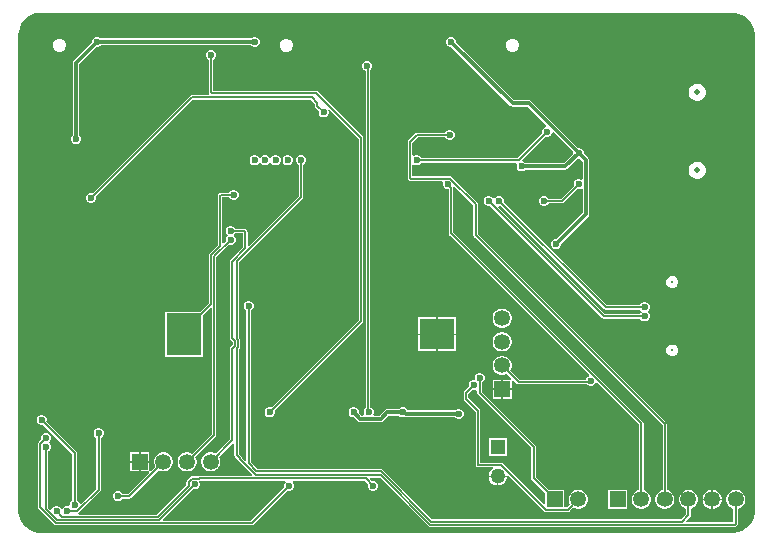
<source format=gbr>
%TF.GenerationSoftware,Altium Limited,Altium Designer,21.9.2 (33)*%
G04 Layer_Physical_Order=2*
G04 Layer_Color=16711680*
%FSLAX45Y45*%
%MOMM*%
%TF.SameCoordinates,8C9FB855-A7A5-4AEE-82B0-D85B10D48A85*%
%TF.FilePolarity,Positive*%
%TF.FileFunction,Copper,L2,Bot,Signal*%
%TF.Part,Single*%
G01*
G75*
%TA.AperFunction,Conductor*%
%ADD10C,0.12700*%
%ADD39C,0.30000*%
%TA.AperFunction,ComponentPad*%
%ADD41C,0.32500*%
%ADD42C,0.47500*%
%ADD43R,1.35000X1.35000*%
%ADD44C,1.35000*%
%ADD45R,1.35000X1.35000*%
%ADD46C,1.27500*%
%ADD47R,1.27500X1.27500*%
%TA.AperFunction,ViaPad*%
%ADD48C,0.60000*%
%ADD49C,3.60000*%
%TA.AperFunction,SMDPad,CuDef*%
%ADD50R,3.00000X3.60000*%
%ADD51R,3.00000X2.60000*%
G36*
X11708782Y10698419D02*
X11709092Y10698470D01*
X11709400Y10698409D01*
X17563792D01*
X17582114Y10697854D01*
X17618440Y10689476D01*
X17652434Y10674174D01*
X17682790Y10652532D01*
X17708342Y10625384D01*
X17728104Y10593775D01*
X17741319Y10558917D01*
X17747482Y10522148D01*
X17747417Y10519950D01*
X17746909Y10517399D01*
X17746906Y10502819D01*
X17746909Y10502809D01*
X17746909Y6477308D01*
X17746355Y6458986D01*
X17737976Y6422659D01*
X17722673Y6388665D01*
X17701033Y6358309D01*
X17673885Y6332759D01*
X17642274Y6312995D01*
X17607416Y6299779D01*
X17570648Y6293617D01*
X17552017Y6294181D01*
X17551707Y6294129D01*
X17551401Y6294190D01*
X11697007Y6294191D01*
X11678686Y6294746D01*
X11642359Y6303123D01*
X11608365Y6318426D01*
X11578009Y6340067D01*
X11552459Y6367214D01*
X11532695Y6398825D01*
X11519479Y6433684D01*
X11513317Y6470452D01*
X11513881Y6489082D01*
X11513829Y6489392D01*
X11513890Y6489700D01*
X11513891Y10515293D01*
X11514446Y10533613D01*
X11522823Y10569941D01*
X11538126Y10603934D01*
X11559767Y10634290D01*
X11586915Y10659842D01*
X11618525Y10679604D01*
X11653383Y10692821D01*
X11690151Y10698983D01*
X11708782Y10698419D01*
D02*
G37*
%LPC*%
G36*
X13521294Y10494800D02*
X13504306D01*
X13488612Y10488299D01*
X13480656Y10480343D01*
X12211444D01*
X12203487Y10488299D01*
X12187794Y10494800D01*
X12170806D01*
X12155113Y10488299D01*
X12143101Y10476287D01*
X12136600Y10460594D01*
Y10449341D01*
X11981529Y10294271D01*
X11975407Y10285108D01*
X11973257Y10274300D01*
X11973257Y10274299D01*
Y9658744D01*
X11965301Y9650787D01*
X11958800Y9635094D01*
Y9618106D01*
X11965301Y9602413D01*
X11977313Y9590401D01*
X11993006Y9583900D01*
X12009994D01*
X12025687Y9590401D01*
X12037699Y9602413D01*
X12044200Y9618106D01*
Y9635094D01*
X12037699Y9650787D01*
X12029743Y9658744D01*
Y10262601D01*
X12176541Y10409400D01*
X12187794D01*
X12203487Y10415901D01*
X12211444Y10423857D01*
X13480656D01*
X13488612Y10415901D01*
X13504306Y10409400D01*
X13521294D01*
X13536987Y10415901D01*
X13548999Y10427913D01*
X13555499Y10443606D01*
Y10460594D01*
X13548999Y10476287D01*
X13536987Y10488299D01*
X13521294Y10494800D01*
D02*
G37*
G36*
X15708250Y10479496D02*
X15686150D01*
X15665733Y10471040D01*
X15650107Y10455413D01*
X15641650Y10434996D01*
Y10412897D01*
X15650107Y10392480D01*
X15665733Y10376854D01*
X15686150Y10368397D01*
X15708250D01*
X15728667Y10376854D01*
X15744293Y10392480D01*
X15752750Y10412897D01*
Y10434996D01*
X15744293Y10455413D01*
X15728667Y10471040D01*
X15708250Y10479496D01*
D02*
G37*
G36*
X13790550D02*
X13768449D01*
X13748033Y10471040D01*
X13732407Y10455413D01*
X13723950Y10434996D01*
Y10412897D01*
X13732407Y10392480D01*
X13748033Y10376854D01*
X13768449Y10368397D01*
X13790550D01*
X13810966Y10376854D01*
X13826593Y10392480D01*
X13835049Y10412897D01*
Y10434996D01*
X13826593Y10455413D01*
X13810966Y10471040D01*
X13790550Y10479496D01*
D02*
G37*
G36*
X11872850D02*
X11850750D01*
X11830333Y10471040D01*
X11814707Y10455413D01*
X11806250Y10434996D01*
Y10412897D01*
X11814707Y10392480D01*
X11830333Y10376854D01*
X11850750Y10368397D01*
X11872850D01*
X11893267Y10376854D01*
X11908893Y10392480D01*
X11917350Y10412897D01*
Y10434996D01*
X11908893Y10455413D01*
X11893267Y10471040D01*
X11872850Y10479496D01*
D02*
G37*
G36*
X17270044Y10095802D02*
X17250954D01*
X17232515Y10090861D01*
X17215984Y10081317D01*
X17202486Y10067818D01*
X17192940Y10051286D01*
X17187999Y10032847D01*
Y10013757D01*
X17192940Y9995318D01*
X17202486Y9978786D01*
X17215984Y9965288D01*
X17232515Y9955743D01*
X17250954Y9950802D01*
X17270044D01*
X17288483Y9955743D01*
X17305016Y9965288D01*
X17318513Y9978786D01*
X17328058Y9995318D01*
X17332999Y10013757D01*
Y10032847D01*
X17328058Y10051286D01*
X17318513Y10067818D01*
X17305016Y10081317D01*
X17288483Y10090861D01*
X17270044Y10095802D01*
D02*
G37*
G36*
X15184995Y10494800D02*
X15168005D01*
X15152313Y10488299D01*
X15140302Y10476287D01*
X15133800Y10460594D01*
Y10443606D01*
X15140302Y10427913D01*
X15152313Y10415901D01*
X15168005Y10409400D01*
X15179259D01*
X15677229Y9911430D01*
X15677229Y9911429D01*
X15686392Y9905307D01*
X15697200Y9903157D01*
X15697202Y9903157D01*
X15825201D01*
X15983826Y9744533D01*
X15978539Y9731860D01*
X15965112Y9726299D01*
X15953101Y9714287D01*
X15946600Y9698594D01*
Y9681606D01*
X15948573Y9676842D01*
X15739955Y9468223D01*
X14922572D01*
X14920599Y9472987D01*
X14908588Y9484999D01*
X14892894Y9491500D01*
X14875906D01*
X14861607Y9485577D01*
X14848907Y9490287D01*
Y9594905D01*
X14899280Y9645277D01*
X15125627D01*
X15127602Y9640513D01*
X15139613Y9628501D01*
X15155305Y9622000D01*
X15172295D01*
X15187987Y9628501D01*
X15199998Y9640513D01*
X15206500Y9656206D01*
Y9673194D01*
X15199998Y9688887D01*
X15187987Y9700899D01*
X15172295Y9707400D01*
X15155305D01*
X15139613Y9700899D01*
X15127602Y9688887D01*
X15125627Y9684123D01*
X14891234D01*
X14883801Y9682645D01*
X14877499Y9678434D01*
X14877499Y9678434D01*
X14815750Y9616684D01*
X14811540Y9610383D01*
X14810062Y9602950D01*
Y9302090D01*
X14811540Y9294657D01*
X14815750Y9288355D01*
X14823190Y9280916D01*
X14829491Y9276705D01*
X14836925Y9275227D01*
X15103748D01*
X15111893Y9262527D01*
X15108400Y9254094D01*
Y9237106D01*
X15114902Y9221413D01*
X15126913Y9209401D01*
X15142606Y9202900D01*
X15157077D01*
Y8832367D01*
X15158556Y8824934D01*
X15162766Y8818633D01*
X16345065Y7636333D01*
X16341846Y7621592D01*
X16333414Y7618099D01*
X16321400Y7606087D01*
X16314900Y7590394D01*
Y7590373D01*
X15757497D01*
X15677065Y7670804D01*
X15683035Y7681144D01*
X15688499Y7701542D01*
Y7722659D01*
X15683035Y7743056D01*
X15672476Y7761344D01*
X15657544Y7776277D01*
X15639256Y7786835D01*
X15618858Y7792300D01*
X15597742D01*
X15577344Y7786835D01*
X15559056Y7776277D01*
X15544124Y7761344D01*
X15533565Y7743056D01*
X15528101Y7722659D01*
Y7701542D01*
X15533565Y7681144D01*
X15544124Y7662856D01*
X15559056Y7647924D01*
X15577344Y7637366D01*
X15597742Y7631900D01*
X15618858D01*
X15639256Y7637366D01*
X15649596Y7643336D01*
X15687930Y7605001D01*
X15682671Y7592301D01*
X15678215Y7592301D01*
X15614650D01*
Y7518451D01*
X15688499D01*
Y7581537D01*
X15688501Y7586471D01*
X15701199Y7591732D01*
X15735716Y7557217D01*
X15735716Y7557216D01*
X15742018Y7553005D01*
X15749451Y7551527D01*
X15749452Y7551527D01*
X16327586D01*
X16333414Y7545701D01*
X16349106Y7539200D01*
X16366093D01*
X16381787Y7545701D01*
X16393799Y7557713D01*
X16397292Y7566145D01*
X16412033Y7569365D01*
X16766878Y7214520D01*
Y6656425D01*
X16755345Y6653335D01*
X16737057Y6642776D01*
X16722125Y6627844D01*
X16711568Y6609556D01*
X16706100Y6589159D01*
Y6568041D01*
X16711568Y6547644D01*
X16722125Y6529356D01*
X16737057Y6514424D01*
X16755345Y6503865D01*
X16775743Y6498400D01*
X16796860D01*
X16817258Y6503865D01*
X16835545Y6514424D01*
X16850478Y6529356D01*
X16861037Y6547644D01*
X16866501Y6568041D01*
Y6589159D01*
X16861037Y6609556D01*
X16850478Y6627844D01*
X16835545Y6642776D01*
X16817258Y6653335D01*
X16805724Y6656425D01*
Y7222564D01*
X16805725Y7222566D01*
X16804247Y7229998D01*
X16800035Y7236300D01*
X15195923Y8840412D01*
Y9214510D01*
X15194444Y9221943D01*
X15196407Y9224438D01*
X15212975Y9225623D01*
X15365961Y9072637D01*
Y8813800D01*
X15367438Y8806367D01*
X15371649Y8800066D01*
X16966878Y7204837D01*
Y6656425D01*
X16955345Y6653335D01*
X16937057Y6642776D01*
X16922125Y6627844D01*
X16911566Y6609556D01*
X16906100Y6589159D01*
Y6568041D01*
X16911566Y6547644D01*
X16922125Y6529356D01*
X16937057Y6514424D01*
X16955345Y6503865D01*
X16975742Y6498400D01*
X16996860D01*
X17017258Y6503865D01*
X17035545Y6514424D01*
X17050478Y6529356D01*
X17061035Y6547644D01*
X17066501Y6568041D01*
Y6589159D01*
X17061035Y6609556D01*
X17050478Y6627844D01*
X17035545Y6642776D01*
X17017258Y6653335D01*
X17005724Y6656425D01*
Y7212882D01*
X17004245Y7220315D01*
X17000035Y7226616D01*
X15404807Y8821845D01*
Y9080681D01*
X15404807Y9080683D01*
X15403328Y9088115D01*
X15399117Y9094417D01*
X15185150Y9308384D01*
X15178848Y9312595D01*
X15171416Y9314073D01*
X14848907D01*
Y9407313D01*
X14861607Y9412023D01*
X14875906Y9406100D01*
X14892894D01*
X14908588Y9412601D01*
X14920599Y9424613D01*
X14922572Y9429377D01*
X15727797D01*
X15734918Y9416677D01*
X15730701Y9406494D01*
Y9389506D01*
X15737201Y9373813D01*
X15749213Y9361801D01*
X15764906Y9355300D01*
X15781894D01*
X15797588Y9361801D01*
X15805544Y9369757D01*
X16141699D01*
X16141701Y9369757D01*
X16152509Y9371907D01*
X16161671Y9378029D01*
X16253242Y9469600D01*
X16258759D01*
X16291257Y9437102D01*
Y9287323D01*
X16278557Y9282474D01*
X16264494Y9288300D01*
X16247507D01*
X16231813Y9281799D01*
X16219801Y9269787D01*
X16213300Y9254094D01*
Y9237106D01*
X16215274Y9232342D01*
X16108255Y9125323D01*
X16002074D01*
X16000099Y9130087D01*
X15988087Y9142099D01*
X15972394Y9148600D01*
X15955406D01*
X15939713Y9142099D01*
X15927701Y9130087D01*
X15921201Y9114394D01*
Y9097406D01*
X15927701Y9081713D01*
X15939713Y9069701D01*
X15955406Y9063200D01*
X15972394D01*
X15988087Y9069701D01*
X16000099Y9081713D01*
X16002074Y9086477D01*
X16116299D01*
X16123734Y9087955D01*
X16130034Y9092166D01*
X16242741Y9204874D01*
X16247507Y9202900D01*
X16264494D01*
X16278557Y9208726D01*
X16291257Y9203877D01*
Y9003298D01*
X16068259Y8780300D01*
X16057005D01*
X16041313Y8773799D01*
X16029301Y8761787D01*
X16022800Y8746094D01*
Y8729106D01*
X16029301Y8713413D01*
X16041313Y8701401D01*
X16057005Y8694900D01*
X16073994D01*
X16089687Y8701401D01*
X16101698Y8713413D01*
X16108200Y8729106D01*
Y8740358D01*
X16339470Y8971629D01*
X16339471Y8971629D01*
X16345593Y8980792D01*
X16347743Y8991600D01*
X16347743Y8991601D01*
Y9448800D01*
X16345593Y9459608D01*
X16339471Y9468771D01*
X16339470Y9468771D01*
X16298700Y9509542D01*
Y9520794D01*
X16292200Y9536487D01*
X16280186Y9548499D01*
X16264494Y9555000D01*
X16253241D01*
X15856871Y9951371D01*
X15847708Y9957493D01*
X15836900Y9959643D01*
X15836899Y9959643D01*
X15708897D01*
X15219200Y10449342D01*
Y10460594D01*
X15212698Y10476287D01*
X15200687Y10488299D01*
X15184995Y10494800D01*
D02*
G37*
G36*
X13699094Y9491500D02*
X13682106D01*
X13666412Y9484999D01*
X13654401Y9472987D01*
X13653023Y9469662D01*
X13639278D01*
X13637898Y9472987D01*
X13625887Y9484999D01*
X13610194Y9491500D01*
X13593205D01*
X13577513Y9484999D01*
X13565501Y9472987D01*
X13564124Y9469662D01*
X13550377D01*
X13548999Y9472987D01*
X13536987Y9484999D01*
X13521294Y9491500D01*
X13504306D01*
X13488612Y9484999D01*
X13476601Y9472987D01*
X13470100Y9457294D01*
Y9440306D01*
X13476601Y9424613D01*
X13488612Y9412601D01*
X13504306Y9406100D01*
X13521294D01*
X13536987Y9412601D01*
X13548999Y9424613D01*
X13550377Y9427938D01*
X13564124D01*
X13565501Y9424613D01*
X13577513Y9412601D01*
X13593205Y9406100D01*
X13610194D01*
X13625887Y9412601D01*
X13637898Y9424613D01*
X13639278Y9427938D01*
X13653023D01*
X13654401Y9424613D01*
X13666412Y9412601D01*
X13682106Y9406100D01*
X13699094D01*
X13714787Y9412601D01*
X13726799Y9424613D01*
X13733299Y9440306D01*
Y9457294D01*
X13726799Y9472987D01*
X13714787Y9484999D01*
X13699094Y9491500D01*
D02*
G37*
G36*
X13800694D02*
X13783707D01*
X13768013Y9484999D01*
X13756001Y9472987D01*
X13749500Y9457294D01*
Y9440306D01*
X13756001Y9424613D01*
X13768013Y9412601D01*
X13783707Y9406100D01*
X13800694D01*
X13816386Y9412601D01*
X13828400Y9424613D01*
X13834900Y9440306D01*
Y9457294D01*
X13828400Y9472987D01*
X13816386Y9484999D01*
X13800694Y9491500D01*
D02*
G37*
G36*
X17270044Y9435804D02*
X17250954D01*
X17232515Y9430863D01*
X17215984Y9421318D01*
X17202486Y9407820D01*
X17192940Y9391288D01*
X17187999Y9372848D01*
Y9353759D01*
X17192940Y9335320D01*
X17202486Y9318788D01*
X17215984Y9305289D01*
X17232515Y9295744D01*
X17250954Y9290804D01*
X17270044D01*
X17288483Y9295744D01*
X17305016Y9305289D01*
X17318513Y9318788D01*
X17328058Y9335320D01*
X17332999Y9353759D01*
Y9372848D01*
X17328058Y9391288D01*
X17318513Y9407820D01*
X17305016Y9421318D01*
X17288483Y9430863D01*
X17270044Y9435804D01*
D02*
G37*
G36*
X15591394Y9148600D02*
X15574406D01*
X15558713Y9142099D01*
X15546701Y9130087D01*
X15545323Y9126762D01*
X15531577D01*
X15530199Y9130087D01*
X15518187Y9142099D01*
X15502493Y9148600D01*
X15485506D01*
X15469814Y9142099D01*
X15457800Y9130087D01*
X15451300Y9114394D01*
Y9097406D01*
X15457800Y9081713D01*
X15469814Y9069701D01*
X15485506Y9063200D01*
X15502493D01*
X15507259Y9065174D01*
X16458167Y8114266D01*
X16464467Y8110055D01*
X16471899Y8108577D01*
X16776627D01*
X16778601Y8103813D01*
X16790613Y8091801D01*
X16806306Y8085300D01*
X16823294D01*
X16838988Y8091801D01*
X16850999Y8103813D01*
X16857500Y8119506D01*
Y8136494D01*
X16850999Y8152187D01*
X16845383Y8157803D01*
X16840179Y8166100D01*
X16845383Y8174397D01*
X16850999Y8180013D01*
X16857500Y8195706D01*
Y8212694D01*
X16850999Y8228387D01*
X16838988Y8240399D01*
X16823294Y8246900D01*
X16806306D01*
X16790613Y8240399D01*
X16778601Y8228387D01*
X16776627Y8223623D01*
X16492645D01*
X15623627Y9092642D01*
X15625600Y9097406D01*
Y9114394D01*
X15619099Y9130087D01*
X15607088Y9142099D01*
X15591394Y9148600D01*
D02*
G37*
G36*
X13914993Y9491500D02*
X13898006D01*
X13882314Y9484999D01*
X13870300Y9472987D01*
X13863800Y9457294D01*
Y9440306D01*
X13870300Y9424613D01*
X13882314Y9412601D01*
X13887077Y9410627D01*
Y9147312D01*
X13466005Y8726241D01*
X13454272Y8731101D01*
Y8844460D01*
X13452794Y8851893D01*
X13448582Y8858195D01*
X13441144Y8865634D01*
X13434842Y8869845D01*
X13427409Y8871323D01*
X13347774D01*
X13345799Y8876087D01*
X13333788Y8888099D01*
X13318094Y8894600D01*
X13301106D01*
X13285413Y8888099D01*
X13273401Y8876087D01*
X13266901Y8860394D01*
Y8843406D01*
X13273401Y8827713D01*
X13279018Y8822097D01*
X13284219Y8813800D01*
X13279018Y8805503D01*
X13273401Y8799887D01*
X13266901Y8784194D01*
Y8767206D01*
X13268874Y8762442D01*
X13251855Y8745425D01*
X13240123Y8750285D01*
Y9137277D01*
X13296828D01*
X13298801Y9132513D01*
X13310812Y9120501D01*
X13326506Y9114000D01*
X13343494D01*
X13359187Y9120501D01*
X13371199Y9132513D01*
X13377699Y9148206D01*
Y9165194D01*
X13371199Y9180887D01*
X13359187Y9192899D01*
X13343494Y9199400D01*
X13326506D01*
X13310812Y9192899D01*
X13298801Y9180887D01*
X13296828Y9176123D01*
X13228140D01*
X13220708Y9174645D01*
X13214404Y9170434D01*
X13206966Y9162995D01*
X13202756Y9156693D01*
X13201277Y9149260D01*
Y8730766D01*
X13131590Y8661081D01*
X13127380Y8654779D01*
X13125902Y8647346D01*
Y8243071D01*
X13051131Y8168300D01*
X12753200D01*
Y7782900D01*
X13078600D01*
Y8140832D01*
X13139569Y8201801D01*
X13151302Y8196941D01*
Y7133571D01*
X12982596Y6964865D01*
X12972256Y6970835D01*
X12951859Y6976300D01*
X12930740D01*
X12910344Y6970835D01*
X12892056Y6960276D01*
X12877124Y6945344D01*
X12866565Y6927056D01*
X12861099Y6906659D01*
Y6885541D01*
X12866565Y6865144D01*
X12877124Y6846856D01*
X12892056Y6831924D01*
X12910344Y6821365D01*
X12930740Y6815900D01*
X12951859D01*
X12972256Y6821365D01*
X12990544Y6831924D01*
X13005476Y6846856D01*
X13016035Y6865144D01*
X13021500Y6885541D01*
Y6906659D01*
X13016035Y6927056D01*
X13010065Y6937396D01*
X13184459Y7111791D01*
X13184460Y7111791D01*
X13188670Y7118093D01*
X13190149Y7125525D01*
Y8628780D01*
X13296342Y8734974D01*
X13301106Y8733000D01*
X13318094D01*
X13333788Y8739501D01*
X13345799Y8751513D01*
X13352299Y8767206D01*
Y8784194D01*
X13345799Y8799887D01*
X13340182Y8805503D01*
X13334979Y8813800D01*
X13340182Y8822097D01*
X13345799Y8827713D01*
X13347774Y8832477D01*
X13415427D01*
Y8711582D01*
X13308566Y8604722D01*
X13304355Y8598421D01*
X13302876Y8590988D01*
Y7943367D01*
X13304355Y7935934D01*
X13308566Y7929633D01*
X13326527Y7911672D01*
Y7887128D01*
X13308566Y7869167D01*
X13304355Y7862866D01*
X13302876Y7855433D01*
Y7085146D01*
X13182596Y6964865D01*
X13172256Y6970835D01*
X13151859Y6976300D01*
X13130740D01*
X13110344Y6970835D01*
X13092056Y6960276D01*
X13077122Y6945344D01*
X13066565Y6927056D01*
X13061099Y6906659D01*
Y6885541D01*
X13066565Y6865144D01*
X13077122Y6846856D01*
X13092056Y6831924D01*
X13110344Y6821365D01*
X13130740Y6815900D01*
X13151859D01*
X13172256Y6821365D01*
X13190544Y6831924D01*
X13205476Y6846856D01*
X13216034Y6865144D01*
X13221500Y6885541D01*
Y6906659D01*
X13216034Y6927056D01*
X13210065Y6937396D01*
X13330026Y7057359D01*
X13342728Y7052098D01*
Y6951983D01*
X13344205Y6944550D01*
X13348416Y6938249D01*
X13367220Y6919446D01*
X13367854Y6916246D01*
X13372066Y6909945D01*
X13494453Y6787556D01*
X13489594Y6775823D01*
X13042900D01*
X13035468Y6774345D01*
X13032698Y6772494D01*
X13032550Y6772594D01*
X13025117Y6774072D01*
X12984483D01*
X12977051Y6772594D01*
X12970749Y6768383D01*
X12970749Y6768382D01*
X12942017Y6739651D01*
X12937807Y6733350D01*
X12936328Y6725917D01*
Y6700517D01*
X12683184Y6447373D01*
X12026070D01*
X12023975Y6449912D01*
X12021101Y6463266D01*
X12205734Y6647899D01*
X12209945Y6654200D01*
X12211423Y6661633D01*
X12211423Y6661634D01*
Y7099227D01*
X12216187Y7101201D01*
X12228199Y7113213D01*
X12234700Y7128906D01*
Y7145894D01*
X12228199Y7161587D01*
X12216187Y7173599D01*
X12200494Y7180100D01*
X12183506D01*
X12167813Y7173599D01*
X12155801Y7161587D01*
X12149300Y7145894D01*
Y7128906D01*
X12155801Y7113213D01*
X12167813Y7101201D01*
X12172577Y7099227D01*
Y6669679D01*
X12043233Y6540335D01*
X12028492Y6543555D01*
X12024999Y6551987D01*
X12012987Y6563999D01*
X12008223Y6565973D01*
Y6972300D01*
X12006745Y6979733D01*
X12002534Y6986034D01*
X11750126Y7238442D01*
X11752100Y7243206D01*
Y7260194D01*
X11745599Y7275887D01*
X11733587Y7287899D01*
X11717894Y7294400D01*
X11700906D01*
X11685213Y7287899D01*
X11673201Y7275887D01*
X11666700Y7260194D01*
Y7243206D01*
X11673201Y7227513D01*
X11685213Y7215501D01*
X11700906Y7209000D01*
X11717894D01*
X11722658Y7210974D01*
X11969377Y6964255D01*
Y6565973D01*
X11964613Y6563999D01*
X11952601Y6551987D01*
X11946100Y6536294D01*
Y6528349D01*
X11933793Y6519700D01*
X11916806D01*
X11901113Y6513199D01*
X11889101Y6501187D01*
X11887723Y6497862D01*
X11873977D01*
X11872599Y6501187D01*
X11860587Y6513199D01*
X11844894Y6519700D01*
X11827906D01*
X11812213Y6513199D01*
X11800201Y6501187D01*
X11796708Y6492755D01*
X11781967Y6489535D01*
X11766923Y6504579D01*
Y6984927D01*
X11771687Y6986901D01*
X11783699Y6998913D01*
X11790200Y7014606D01*
Y7031594D01*
X11783699Y7047287D01*
X11778083Y7052903D01*
X11772880Y7061200D01*
X11778083Y7069497D01*
X11783699Y7075113D01*
X11790200Y7090806D01*
Y7107794D01*
X11783699Y7123487D01*
X11771687Y7135499D01*
X11755994Y7142000D01*
X11739006D01*
X11723313Y7135499D01*
X11711301Y7123487D01*
X11704800Y7107794D01*
Y7090806D01*
X11706774Y7086042D01*
X11684717Y7063985D01*
X11680506Y7057684D01*
X11679028Y7050251D01*
Y6509661D01*
X11680506Y6502228D01*
X11684717Y6495927D01*
X11817228Y6363416D01*
X11823529Y6359205D01*
X11830962Y6357727D01*
X13489149D01*
X13496584Y6359205D01*
X13502884Y6363416D01*
X13791643Y6652174D01*
X13796407Y6650200D01*
X13813394D01*
X13829086Y6656701D01*
X13841100Y6668713D01*
X13847600Y6684406D01*
Y6701394D01*
X13841100Y6717087D01*
X13833910Y6724277D01*
X13839169Y6736977D01*
X14444556D01*
X14475374Y6706158D01*
X14473399Y6701394D01*
Y6684406D01*
X14479901Y6668713D01*
X14491913Y6656701D01*
X14507607Y6650200D01*
X14524594D01*
X14540286Y6656701D01*
X14552299Y6668713D01*
X14558800Y6684406D01*
Y6701394D01*
X14552299Y6717087D01*
X14540286Y6729099D01*
X14524594Y6735600D01*
X14507607D01*
X14502843Y6733626D01*
X14485825Y6750644D01*
X14490685Y6762377D01*
X14573734D01*
X14985394Y6350717D01*
X14985394Y6350716D01*
X14991696Y6346505D01*
X14999129Y6345027D01*
X17578860D01*
X17586293Y6346505D01*
X17592593Y6350716D01*
X17600034Y6358155D01*
X17604243Y6364457D01*
X17605724Y6371890D01*
Y6500775D01*
X17617256Y6503865D01*
X17635544Y6514424D01*
X17650476Y6529356D01*
X17661034Y6547644D01*
X17666499Y6568041D01*
Y6589159D01*
X17661034Y6609556D01*
X17650476Y6627844D01*
X17635544Y6642776D01*
X17617256Y6653335D01*
X17596858Y6658800D01*
X17575742D01*
X17555344Y6653335D01*
X17537056Y6642776D01*
X17522124Y6627844D01*
X17511565Y6609556D01*
X17506100Y6589159D01*
Y6568041D01*
X17511565Y6547644D01*
X17522124Y6529356D01*
X17537056Y6514424D01*
X17555344Y6503865D01*
X17566876Y6500775D01*
Y6383873D01*
X17172134D01*
X17167274Y6395606D01*
X17200035Y6428366D01*
X17204245Y6434667D01*
X17205724Y6442100D01*
Y6500775D01*
X17217256Y6503865D01*
X17235544Y6514424D01*
X17250478Y6529356D01*
X17261035Y6547644D01*
X17266499Y6568041D01*
Y6589159D01*
X17261035Y6609556D01*
X17250478Y6627844D01*
X17235544Y6642776D01*
X17217256Y6653335D01*
X17196860Y6658800D01*
X17175742D01*
X17155344Y6653335D01*
X17137056Y6642776D01*
X17122124Y6627844D01*
X17111566Y6609556D01*
X17106100Y6589159D01*
Y6568041D01*
X17111566Y6547644D01*
X17122124Y6529356D01*
X17137056Y6514424D01*
X17155344Y6503865D01*
X17166878Y6500775D01*
Y6450146D01*
X17126006Y6409273D01*
X15017696D01*
X14593333Y6833634D01*
X14587033Y6837845D01*
X14579601Y6839323D01*
X13533545D01*
X13482140Y6890729D01*
Y8179024D01*
X13486188Y8180701D01*
X13498199Y8192713D01*
X13504700Y8208406D01*
Y8225394D01*
X13498199Y8241087D01*
X13486188Y8253099D01*
X13470494Y8259600D01*
X13453506D01*
X13437813Y8253099D01*
X13425801Y8241087D01*
X13419299Y8225394D01*
Y8208406D01*
X13425801Y8192713D01*
X13437813Y8180701D01*
X13443294Y8178430D01*
Y6910248D01*
X13431560Y6905387D01*
X13404381Y6932567D01*
X13403745Y6935766D01*
X13399535Y6942067D01*
X13399535Y6942068D01*
X13381573Y6960028D01*
Y7851317D01*
X13385085Y7854828D01*
X13389294Y7861129D01*
X13390773Y7868562D01*
Y7930238D01*
X13389294Y7937671D01*
X13385085Y7943972D01*
X13381573Y7947483D01*
Y8586871D01*
X13920235Y9125532D01*
X13924445Y9131834D01*
X13925923Y9139267D01*
Y9410627D01*
X13930687Y9412601D01*
X13942699Y9424613D01*
X13949200Y9440306D01*
Y9457294D01*
X13942699Y9472987D01*
X13930687Y9484999D01*
X13914993Y9491500D01*
D02*
G37*
G36*
X17059746Y8467001D02*
X17039854D01*
X17021478Y8459389D01*
X17007413Y8445324D01*
X16999802Y8426947D01*
Y8407056D01*
X17007413Y8388678D01*
X17021478Y8374613D01*
X17039854Y8367001D01*
X17059746D01*
X17078123Y8374613D01*
X17092189Y8388678D01*
X17099802Y8407056D01*
Y8426947D01*
X17092189Y8445324D01*
X17078123Y8459389D01*
X17059746Y8467001D01*
D02*
G37*
G36*
X15618858Y8192300D02*
X15597742D01*
X15577344Y8186834D01*
X15559056Y8176276D01*
X15544124Y8161344D01*
X15533565Y8143056D01*
X15528101Y8122658D01*
Y8101541D01*
X15533565Y8081144D01*
X15544124Y8062856D01*
X15559056Y8047923D01*
X15577344Y8037365D01*
X15597742Y8031900D01*
X15618858D01*
X15639256Y8037365D01*
X15657544Y8047923D01*
X15672476Y8062856D01*
X15683035Y8081144D01*
X15688499Y8101541D01*
Y8122658D01*
X15683035Y8143056D01*
X15672476Y8161344D01*
X15657544Y8176276D01*
X15639256Y8186834D01*
X15618858Y8192300D01*
D02*
G37*
G36*
X15218600Y8118300D02*
X15062251D01*
Y7981950D01*
X15218600D01*
Y8118300D01*
D02*
G37*
G36*
X15049551D02*
X14893201D01*
Y7981950D01*
X15049551D01*
Y8118300D01*
D02*
G37*
G36*
X15218600Y7969250D02*
X15062251D01*
Y7832900D01*
X15218600D01*
Y7969250D01*
D02*
G37*
G36*
X15049551D02*
X14893201D01*
Y7832900D01*
X15049551D01*
Y7969250D01*
D02*
G37*
G36*
X15618858Y7992300D02*
X15597742D01*
X15577344Y7986835D01*
X15559056Y7976276D01*
X15544124Y7961344D01*
X15533565Y7943056D01*
X15528101Y7922659D01*
Y7901541D01*
X15533565Y7881144D01*
X15544124Y7862856D01*
X15559056Y7847924D01*
X15577344Y7837365D01*
X15597742Y7831900D01*
X15618858D01*
X15639256Y7837365D01*
X15657544Y7847924D01*
X15672476Y7862856D01*
X15683035Y7881144D01*
X15688499Y7901541D01*
Y7922659D01*
X15683035Y7943056D01*
X15672476Y7961344D01*
X15657544Y7976276D01*
X15639256Y7986835D01*
X15618858Y7992300D01*
D02*
G37*
G36*
X17059746Y7888999D02*
X17039854D01*
X17021478Y7881387D01*
X17007413Y7867322D01*
X16999802Y7848944D01*
Y7829053D01*
X17007413Y7810676D01*
X17021478Y7796611D01*
X17039854Y7788999D01*
X17059746D01*
X17078123Y7796611D01*
X17092189Y7810676D01*
X17099802Y7829053D01*
Y7848944D01*
X17092189Y7867322D01*
X17078123Y7881387D01*
X17059746Y7888999D01*
D02*
G37*
G36*
X15601950Y7592301D02*
X15528101D01*
Y7518451D01*
X15601950D01*
Y7592301D01*
D02*
G37*
G36*
X15688499Y7505751D02*
X15614650D01*
Y7431901D01*
X15688499D01*
Y7505751D01*
D02*
G37*
G36*
X15601950D02*
X15528101D01*
Y7431901D01*
X15601950D01*
Y7505751D01*
D02*
G37*
G36*
X13152994Y10380500D02*
X13136006D01*
X13120312Y10373999D01*
X13108301Y10361987D01*
X13101801Y10346294D01*
Y10329306D01*
X13108301Y10313613D01*
X13120312Y10301601D01*
X13125076Y10299627D01*
Y10027740D01*
X13126555Y10020307D01*
X13130553Y10014323D01*
X13130301Y10012974D01*
X13125188Y10001623D01*
X12979401D01*
X12971967Y10000145D01*
X12965666Y9995934D01*
X12965665Y9995934D01*
X12141758Y9172026D01*
X12136994Y9174000D01*
X12120006D01*
X12104313Y9167499D01*
X12092301Y9155487D01*
X12085800Y9139794D01*
Y9122806D01*
X12092301Y9107113D01*
X12104313Y9095101D01*
X12120006Y9088600D01*
X12136994D01*
X12152687Y9095101D01*
X12164699Y9107113D01*
X12171200Y9122806D01*
Y9139794D01*
X12169226Y9144558D01*
X12987445Y9962777D01*
X13987355D01*
X14022252Y9927880D01*
Y9910525D01*
X14023730Y9903092D01*
X14027940Y9896791D01*
X14056274Y9868458D01*
X14054300Y9863694D01*
Y9846706D01*
X14060802Y9831013D01*
X14072813Y9819001D01*
X14088506Y9812500D01*
X14105495D01*
X14121187Y9819001D01*
X14133199Y9831013D01*
X14139700Y9846706D01*
Y9863694D01*
X14136180Y9872191D01*
X14146947Y9879385D01*
X14395078Y9631255D01*
Y8097945D01*
X13653058Y7355926D01*
X13648294Y7357900D01*
X13631306D01*
X13615613Y7351399D01*
X13603601Y7339387D01*
X13597099Y7323694D01*
Y7306706D01*
X13603601Y7291013D01*
X13615613Y7279001D01*
X13631306Y7272500D01*
X13648294D01*
X13663988Y7279001D01*
X13675999Y7291013D01*
X13682500Y7306706D01*
Y7323694D01*
X13680527Y7328458D01*
X14428233Y8076165D01*
X14428233Y8076166D01*
X14432445Y8082467D01*
X14433923Y8089900D01*
Y9639300D01*
X14432445Y9646733D01*
X14428233Y9653034D01*
X14047234Y10034034D01*
X14040933Y10038245D01*
X14033501Y10039723D01*
X13163924D01*
Y10299627D01*
X13168687Y10301601D01*
X13180699Y10313613D01*
X13187199Y10329306D01*
Y10346294D01*
X13180699Y10361987D01*
X13168687Y10373999D01*
X13152994Y10380500D01*
D02*
G37*
G36*
X14473795Y10291600D02*
X14456805D01*
X14441113Y10285099D01*
X14429102Y10273087D01*
X14422600Y10257394D01*
Y10240406D01*
X14429102Y10224713D01*
X14441113Y10212701D01*
X14452226Y10208097D01*
Y7349813D01*
X14441801Y7339387D01*
X14435300Y7323694D01*
Y7306706D01*
X14438724Y7298443D01*
X14432079Y7288208D01*
X14418834Y7287307D01*
X14393700Y7312442D01*
Y7323694D01*
X14387199Y7339387D01*
X14375188Y7351399D01*
X14359494Y7357900D01*
X14342506D01*
X14326813Y7351399D01*
X14314801Y7339387D01*
X14308299Y7323694D01*
Y7306706D01*
X14314801Y7291013D01*
X14326813Y7279001D01*
X14342506Y7272500D01*
X14353758D01*
X14388728Y7237530D01*
X14388728Y7237529D01*
X14397893Y7231407D01*
X14408701Y7229257D01*
X14408701Y7229257D01*
X14579190D01*
X14579192Y7229257D01*
X14589999Y7231407D01*
X14599162Y7237529D01*
X14648589Y7286957D01*
X14737956D01*
X14745914Y7279001D01*
X14761606Y7272500D01*
X14778593D01*
X14785457Y7275343D01*
X14790918Y7274257D01*
X14790919Y7274257D01*
X15207857D01*
X15215813Y7266301D01*
X15231506Y7259800D01*
X15248494D01*
X15264188Y7266301D01*
X15276199Y7278313D01*
X15282700Y7294006D01*
Y7310994D01*
X15276199Y7326687D01*
X15264188Y7338699D01*
X15248494Y7345200D01*
X15231506D01*
X15215813Y7338699D01*
X15207857Y7330743D01*
X14809880D01*
X14806299Y7339387D01*
X14794287Y7351399D01*
X14778593Y7357900D01*
X14761606D01*
X14745914Y7351399D01*
X14737956Y7343443D01*
X14636893D01*
X14636891Y7343443D01*
X14626083Y7341293D01*
X14616920Y7335171D01*
X14616920Y7335170D01*
X14567493Y7285743D01*
X14525523D01*
X14517278Y7298443D01*
X14520700Y7306706D01*
Y7323694D01*
X14514198Y7339387D01*
X14502187Y7351399D01*
X14491074Y7356003D01*
Y10214287D01*
X14501498Y10224713D01*
X14508000Y10240406D01*
Y10257394D01*
X14501498Y10273087D01*
X14489487Y10285099D01*
X14473795Y10291600D01*
D02*
G37*
G36*
X12621501Y6976300D02*
X12547651D01*
Y6902450D01*
X12621501D01*
Y6976300D01*
D02*
G37*
G36*
X12534951D02*
X12461101D01*
Y6902450D01*
X12534951D01*
Y6976300D01*
D02*
G37*
G36*
X12751859D02*
X12730742D01*
X12710344Y6970835D01*
X12692056Y6960276D01*
X12677124Y6945344D01*
X12666566Y6927056D01*
X12661100Y6906659D01*
Y6885541D01*
X12666566Y6865144D01*
X12672536Y6854804D01*
X12634201Y6816469D01*
X12621501Y6821730D01*
X12621501Y6826185D01*
Y6889750D01*
X12547651D01*
Y6815900D01*
X12610737D01*
X12615671Y6815899D01*
X12620932Y6803200D01*
X12441155Y6623423D01*
X12395273D01*
X12393299Y6628187D01*
X12381287Y6640199D01*
X12365594Y6646700D01*
X12348606D01*
X12332913Y6640199D01*
X12320901Y6628187D01*
X12314400Y6612494D01*
Y6595506D01*
X12320901Y6579813D01*
X12332913Y6567801D01*
X12348606Y6561300D01*
X12365594D01*
X12381287Y6567801D01*
X12393299Y6579813D01*
X12395273Y6584577D01*
X12449200D01*
X12456633Y6586055D01*
X12462935Y6590266D01*
X12700004Y6827335D01*
X12710344Y6821365D01*
X12730742Y6815900D01*
X12751859D01*
X12772256Y6821365D01*
X12790544Y6831924D01*
X12805476Y6846856D01*
X12816035Y6865144D01*
X12821500Y6885541D01*
Y6906659D01*
X12816035Y6927056D01*
X12805476Y6945344D01*
X12790544Y6960276D01*
X12772256Y6970835D01*
X12751859Y6976300D01*
D02*
G37*
G36*
X12534951Y6889750D02*
X12461101D01*
Y6815900D01*
X12534951D01*
Y6889750D01*
D02*
G37*
G36*
X15646651Y6766748D02*
X15576550D01*
Y6696648D01*
X15580264D01*
X15599709Y6701858D01*
X15617142Y6711923D01*
X15631375Y6726157D01*
X15641440Y6743590D01*
X15646651Y6763033D01*
Y6766748D01*
D02*
G37*
G36*
X15563850D02*
X15493750D01*
Y6763033D01*
X15498959Y6743590D01*
X15509026Y6726157D01*
X15523259Y6711923D01*
X15540692Y6701858D01*
X15560135Y6696648D01*
X15563850D01*
Y6766748D01*
D02*
G37*
G36*
X17396860Y6658800D02*
X17392650D01*
Y6584950D01*
X17466499D01*
Y6589159D01*
X17461035Y6609556D01*
X17450476Y6627844D01*
X17435544Y6642776D01*
X17417256Y6653335D01*
X17396860Y6658800D01*
D02*
G37*
G36*
X17379950D02*
X17375742D01*
X17355344Y6653335D01*
X17337056Y6642776D01*
X17322124Y6627844D01*
X17311565Y6609556D01*
X17306100Y6589159D01*
Y6584950D01*
X17379950D01*
Y6658800D01*
D02*
G37*
G36*
X17466499Y6572250D02*
X17392650D01*
Y6498400D01*
X17396860D01*
X17417256Y6503865D01*
X17435544Y6514424D01*
X17450476Y6529356D01*
X17461035Y6547644D01*
X17466499Y6568041D01*
Y6572250D01*
D02*
G37*
G36*
X17379950D02*
X17306100D01*
Y6568041D01*
X17311565Y6547644D01*
X17322124Y6529356D01*
X17337056Y6514424D01*
X17355344Y6503865D01*
X17375742Y6498400D01*
X17379950D01*
Y6572250D01*
D02*
G37*
G36*
X16666502Y6658800D02*
X16506102D01*
Y6498400D01*
X16666502D01*
Y6658800D01*
D02*
G37*
G36*
X15426294Y7650000D02*
X15409306D01*
X15393613Y7643499D01*
X15381601Y7631487D01*
X15375101Y7615794D01*
Y7598807D01*
X15366451Y7586500D01*
X15358505D01*
X15342813Y7579999D01*
X15330801Y7567987D01*
X15324300Y7552294D01*
Y7535306D01*
X15326274Y7530542D01*
X15289766Y7494034D01*
X15285555Y7487733D01*
X15284077Y7480300D01*
Y7429500D01*
X15285555Y7422067D01*
X15289766Y7415766D01*
X15385677Y7319855D01*
Y6870700D01*
X15387155Y6863267D01*
X15391367Y6856966D01*
X15397667Y6852755D01*
X15405099Y6851277D01*
X15527310D01*
X15530713Y6838577D01*
X15523259Y6834273D01*
X15509026Y6820039D01*
X15498959Y6802606D01*
X15493750Y6783163D01*
Y6779448D01*
X15570200D01*
X15651642D01*
X15659351Y6782641D01*
X15854742Y6587249D01*
X15854742Y6587248D01*
X15963673Y6478316D01*
X15963675Y6478316D01*
X15969975Y6474105D01*
X15977409Y6472627D01*
X16166251D01*
X16173683Y6474105D01*
X16179984Y6478316D01*
X16211504Y6509835D01*
X16221844Y6503865D01*
X16242241Y6498400D01*
X16263358D01*
X16283755Y6503865D01*
X16302045Y6514424D01*
X16316975Y6529356D01*
X16327534Y6547644D01*
X16333000Y6568041D01*
Y6589159D01*
X16327534Y6609556D01*
X16316975Y6627844D01*
X16302045Y6642776D01*
X16283755Y6653335D01*
X16263358Y6658800D01*
X16242241D01*
X16221844Y6653335D01*
X16203555Y6642776D01*
X16188623Y6627844D01*
X16178065Y6609556D01*
X16172600Y6589159D01*
Y6568041D01*
X16178065Y6547644D01*
X16184035Y6537304D01*
X16158205Y6511473D01*
X16133000D01*
Y6658800D01*
X16000069D01*
X15894423Y6764445D01*
Y7023100D01*
X15892944Y7030533D01*
X15888734Y7036835D01*
X15888734Y7036835D01*
X15437222Y7488346D01*
Y7569127D01*
X15441988Y7571101D01*
X15453999Y7583113D01*
X15460500Y7598806D01*
Y7615794D01*
X15453999Y7631487D01*
X15441988Y7643499D01*
X15426294Y7650000D01*
D02*
G37*
%LPD*%
G36*
X16208221Y9520138D02*
Y9504462D01*
X16130000Y9426243D01*
X15805544D01*
X15797588Y9434199D01*
X15784323Y9439694D01*
X15779102Y9452433D01*
X15976042Y9649374D01*
X15980806Y9647400D01*
X15997794D01*
X16013487Y9653901D01*
X16025499Y9665913D01*
X16031059Y9679338D01*
X16043733Y9684625D01*
X16208221Y9520138D01*
D02*
G37*
G36*
X16470866Y8190466D02*
X16477167Y8186255D01*
X16484599Y8184777D01*
X16776627D01*
X16778601Y8180013D01*
X16784216Y8174397D01*
X16789420Y8166100D01*
X16784216Y8157803D01*
X16778601Y8152187D01*
X16776627Y8147423D01*
X16479945D01*
X15576869Y9050500D01*
X15582129Y9063200D01*
X15591394D01*
X15596158Y9065174D01*
X16470866Y8190466D01*
D02*
G37*
G36*
X13775890Y6724277D02*
X13768701Y6717087D01*
X13762199Y6701394D01*
Y6684406D01*
X13764174Y6679642D01*
X13481105Y6396573D01*
X12739835D01*
X12734975Y6408306D01*
X12991542Y6664874D01*
X12996306Y6662900D01*
X13013293D01*
X13028987Y6669401D01*
X13040999Y6681413D01*
X13047501Y6697106D01*
Y6714094D01*
X13044730Y6720782D01*
X13045657Y6731913D01*
X13049686Y6736210D01*
X13050722Y6736977D01*
X13770630D01*
X13775890Y6724277D01*
D02*
G37*
G36*
X15398376Y7498197D02*
Y7480300D01*
X15399855Y7472867D01*
X15404066Y7466566D01*
X15855577Y7015055D01*
Y6756400D01*
X15857056Y6748967D01*
X15861266Y6742666D01*
X15972600Y6631332D01*
Y6540921D01*
X15960867Y6536061D01*
X15882211Y6614717D01*
X15882211Y6614717D01*
X15612494Y6884434D01*
X15606194Y6888645D01*
X15598759Y6890123D01*
X15424522D01*
Y7327900D01*
X15423045Y7335333D01*
X15418834Y7341634D01*
X15418834Y7341635D01*
X15322923Y7437545D01*
Y7472255D01*
X15353741Y7503074D01*
X15358505Y7501100D01*
X15375494D01*
X15385677Y7505318D01*
X15398376Y7498197D01*
D02*
G37*
%LPC*%
G36*
X15646651Y7099550D02*
X15493750D01*
Y6946650D01*
X15646651D01*
Y7099550D01*
D02*
G37*
%LPD*%
D10*
X15963901Y9105900D02*
X16116299D01*
X16256000Y9245600D01*
X12915900Y8005600D02*
X13145326Y8235026D01*
X13228140Y9156700D02*
X13335001D01*
X13145326Y8647346D02*
X13220700Y8722721D01*
Y9149260D01*
X13228140Y9156700D01*
X13145326Y8235026D02*
Y8647346D01*
X12915900Y7975600D02*
Y8005600D01*
X13462717Y6882683D02*
X13525500Y6819900D01*
X14579601D02*
X15009650Y6389850D01*
X13525500Y6819900D02*
X14579601D01*
X13170726Y8636825D02*
X13309599Y8775700D01*
X12941299Y6896100D02*
X13170726Y7125525D01*
Y8636825D01*
X15176500Y8832367D02*
X16786301Y7222566D01*
X15176500Y8832367D02*
Y9214510D01*
X16786301Y6578600D02*
Y7222566D01*
X14581779Y6781800D02*
X14999129Y6364450D01*
X13385800Y6923679D02*
X13527679Y6781800D01*
X14581779D01*
X15385384Y8813800D02*
Y9080683D01*
X16986301Y6578600D02*
Y7212882D01*
X15385384Y8813800D02*
X16986301Y7212882D01*
X13995399Y9982200D02*
X14041675Y9935925D01*
Y9910525D02*
X14097000Y9855200D01*
X14041675Y9910525D02*
Y9935925D01*
X12979401Y9982200D02*
X13995399D01*
X13151939Y10020300D02*
X14033501D01*
X14414500Y9639300D01*
Y8089900D02*
Y9639300D01*
X13362151Y7939438D02*
Y8594917D01*
X13906500Y9139267D01*
X13371350Y7868562D02*
Y7930238D01*
X13362151Y7859362D02*
X13371350Y7868562D01*
X13362151Y6951983D02*
Y7859362D01*
Y7939438D02*
X13371350Y7930238D01*
X13322301Y7943367D02*
X13345950Y7919717D01*
X13141299Y6896100D02*
X13322301Y7077100D01*
Y8590988D02*
X13434850Y8703537D01*
X13322301Y7077100D02*
Y7855433D01*
Y7943367D02*
Y8590988D01*
X13345950Y7879083D02*
Y7919717D01*
X13322301Y7855433D02*
X13345950Y7879083D01*
X15875000Y6756400D02*
Y7023100D01*
Y6756400D02*
X16052800Y6578600D01*
X15417799Y7480300D02*
X15875000Y7023100D01*
X15303500Y7429500D02*
Y7480300D01*
X15367000Y7543800D01*
X15417799Y7480300D02*
Y7607300D01*
X15303500Y7429500D02*
X15405099Y7327900D01*
Y6870700D02*
Y7327900D01*
X16333852Y7570950D02*
X16344801Y7581900D01*
X16357600D01*
X15608299Y7712100D02*
X15749451Y7570950D01*
X16333852D01*
X13434850Y8703537D02*
Y8844460D01*
X13309599Y8851900D02*
X13427409D01*
X13434850Y8844460D01*
X12357100Y6604000D02*
X12449200D01*
X12741300Y6896100D01*
X13038393Y6751893D02*
X13042900Y6756400D01*
X13027872Y6751893D02*
X13038393D01*
X13025117Y6754649D02*
X13027872Y6751893D01*
X12955751Y6692472D02*
Y6725917D01*
X13042900Y6756400D02*
X14452600D01*
X12984483Y6754649D02*
X13025117D01*
X12955751Y6725917D02*
X12984483Y6754649D01*
X11885450Y6427950D02*
X12691229D01*
X12955751Y6692472D01*
X15868477Y6600983D02*
X15977409Y6492050D01*
X15868477Y6600983D02*
Y6600983D01*
X15598759Y6870700D02*
X15868477Y6600983D01*
X15405099Y6870700D02*
X15598759D01*
X15977409Y6492050D02*
X16166251D01*
X16252800Y6578600D01*
X14999129Y6364450D02*
X17578860D01*
X17586301Y6371890D01*
Y6578600D01*
X17186301Y6442100D02*
Y6578600D01*
X16929807Y6557496D02*
Y6580111D01*
Y6557496D02*
X16947501Y6539800D01*
X16970116D01*
X16987811Y6522105D01*
X13385800Y6923679D02*
Y6928333D01*
X13362151Y6951983D02*
X13385800Y6928333D01*
X13462000Y8216900D02*
X13462717Y8216183D01*
Y6882683D02*
Y8216183D01*
X13906500Y9139267D02*
Y9448800D01*
X15009650Y6389850D02*
X17134050D01*
X17186301Y6442100D01*
X14836925Y9294650D02*
X15171416D01*
X14829485Y9602950D02*
X14891234Y9664700D01*
X14829485Y9302090D02*
X14836925Y9294650D01*
X14829485Y9302090D02*
Y9602950D01*
X14884399Y9448800D02*
X15748000D01*
X15989301Y9690100D01*
X14891234Y9664700D02*
X15163800D01*
X15171416Y9294650D02*
X15385384Y9080683D01*
X15151100Y9239910D02*
Y9245600D01*
Y9239910D02*
X15176500Y9214510D01*
X13144501Y10027740D02*
X13151939Y10020300D01*
X13144501Y10027740D02*
Y10337800D01*
X13639799Y7315200D02*
X14414500Y8089900D01*
X14471651Y7321550D02*
Y10242550D01*
X14465300Y10248900D02*
X14471651Y10242550D01*
Y7321550D02*
X14478000Y7315200D01*
X12128500Y9131300D02*
X12979401Y9982200D01*
X13489149Y6377150D02*
X13804900Y6692900D01*
X11830962Y6377150D02*
X13489149D01*
X11698451Y6509661D02*
X11830962Y6377150D01*
X11698451Y6509661D02*
Y7050251D01*
X11747500Y7099300D01*
X12701750Y6402550D02*
X13004800Y6705600D01*
X11841483Y6402550D02*
X12701750D01*
X11747500Y6496533D02*
X11841483Y6402550D01*
X11747500Y6496533D02*
Y7023100D01*
X14452600Y6756400D02*
X14516100Y6692900D01*
X11836400Y6477000D02*
X11885450Y6427950D01*
X11709400Y7251700D02*
X11988800Y6972300D01*
Y6527800D02*
Y6972300D01*
X12192000Y6661633D02*
Y7137400D01*
X12007367Y6477000D02*
X12192000Y6661633D01*
X11925300Y6477000D02*
X12007367D01*
X16471899Y8128000D02*
X16814799D01*
X15494000Y9105900D02*
X16471899Y8128000D01*
X16484599Y8204200D02*
X16814799D01*
X15582899Y9105900D02*
X16484599Y8204200D01*
D39*
X15773399Y9398000D02*
X16141701D01*
X16256000Y9512300D01*
X16319501Y9448800D01*
X15836900Y9931400D02*
X16256000Y9512300D01*
X14350999Y7315200D02*
X14408701Y7257500D01*
X14579192D01*
X14636891Y7315200D01*
X14770100D01*
X14778218D01*
X14790918Y7302500D02*
X15239999D01*
X14778218Y7315200D02*
X14790918Y7302500D01*
X15697200Y9931400D02*
X15836900D01*
X15176500Y10452100D02*
X15697200Y9931400D01*
X12179300Y10452100D02*
X13512801D01*
X12001500Y10274300D02*
X12179300Y10452100D01*
X12001500Y9626600D02*
Y10274300D01*
X16319501Y8991600D02*
Y9448800D01*
X16065500Y8737600D02*
X16319501Y8991600D01*
D41*
X17049802Y7838999D02*
D03*
Y8417001D02*
D03*
D42*
X17260500Y9363304D02*
D03*
Y10023302D02*
D03*
D43*
X15608299Y7512101D02*
D03*
D44*
Y7712100D02*
D03*
Y7912100D02*
D03*
Y8112100D02*
D03*
X12741300Y6896100D02*
D03*
X12941299D02*
D03*
X13141299D02*
D03*
X16786301Y6578600D02*
D03*
X16986301D02*
D03*
X17186301D02*
D03*
X17386301D02*
D03*
X17586301D02*
D03*
X16252800D02*
D03*
D45*
X12541301Y6896100D02*
D03*
X16586302Y6578600D02*
D03*
X16052800D02*
D03*
D46*
X15570200Y6773098D02*
D03*
D47*
Y7023100D02*
D03*
D48*
X16598900Y8610600D02*
D03*
X16414809Y9028987D02*
D03*
X15963901Y9105900D02*
D03*
X16256000Y9245600D02*
D03*
X13335001Y9156700D02*
D03*
X12509500Y9779000D02*
D03*
X12052300Y7378700D02*
D03*
X11709400Y7251700D02*
D03*
X11861800Y10134600D02*
D03*
X14097000Y9855200D02*
D03*
X12389933Y9113355D02*
D03*
X15773399Y9398000D02*
D03*
X13995399Y6985000D02*
D03*
X17068800Y7086600D02*
D03*
X12674600Y7683500D02*
D03*
X12928600Y10337800D02*
D03*
X14058900Y9448800D02*
D03*
X14554201D02*
D03*
X15760699Y9321800D02*
D03*
X15100301Y9347200D02*
D03*
X15138400Y8699500D02*
D03*
X15443201Y8153400D02*
D03*
X14554201Y7607300D02*
D03*
X14046201D02*
D03*
X13411200D02*
D03*
X13296899Y7899400D02*
D03*
Y8648700D02*
D03*
X14350999Y7315200D02*
D03*
X14770100D02*
D03*
X15239999Y7302500D02*
D03*
X15786099Y8547100D02*
D03*
Y8712200D02*
D03*
X12065000Y10248900D02*
D03*
X15367000Y7543800D02*
D03*
X15417799Y7607300D02*
D03*
X13601700Y9448800D02*
D03*
X13512801D02*
D03*
X16357600Y7581900D02*
D03*
X13309599Y8775700D02*
D03*
Y8851900D02*
D03*
X12357100Y6604000D02*
D03*
X13792200Y9448800D02*
D03*
X13690601D02*
D03*
X13462000Y8216900D02*
D03*
X13906500Y9448800D02*
D03*
X14884399D02*
D03*
X15163800Y9664700D02*
D03*
X15151100Y9245600D02*
D03*
X17386301Y6438900D02*
D03*
X14706599Y9956800D02*
D03*
X14414500D02*
D03*
X15798801Y10388600D02*
D03*
X15595599D02*
D03*
X15697200Y10121900D02*
D03*
X11964346Y10385874D02*
D03*
X11760200Y10388600D02*
D03*
X13881100Y10414000D02*
D03*
X13677901D02*
D03*
X13779500Y10299700D02*
D03*
X13639799Y10121900D02*
D03*
X13322301D02*
D03*
X13144501Y10337800D02*
D03*
X13639799Y7315200D02*
D03*
X15062199Y10198100D02*
D03*
X14338300Y10350500D02*
D03*
X14478000Y7315200D02*
D03*
X14465300Y10248900D02*
D03*
X12128500Y9131300D02*
D03*
X12928600Y9829800D02*
D03*
X15570200Y6642100D02*
D03*
X15176500Y10452100D02*
D03*
X13512801D02*
D03*
X12179300D02*
D03*
X16065500Y8737600D02*
D03*
X16256000Y9512300D02*
D03*
X12001500Y9626600D02*
D03*
X12661900Y8610600D02*
D03*
X12585700Y8788400D02*
D03*
X12649200Y8966200D02*
D03*
X11811000Y8559800D02*
D03*
Y8356600D02*
D03*
X12306300Y8458200D02*
D03*
X12522200Y8445500D02*
D03*
X12674600Y8128000D02*
D03*
Y7886700D02*
D03*
X11772900Y7645400D02*
D03*
X12560300D02*
D03*
X12369800Y7340600D02*
D03*
X15074899Y6972300D02*
D03*
X14871700D02*
D03*
X14668500D02*
D03*
X14478000D02*
D03*
X14262100Y7099300D02*
D03*
X13817599D02*
D03*
X13601700Y6972300D02*
D03*
X13411200D02*
D03*
X12103100Y6934200D02*
D03*
X11747500Y7099300D02*
D03*
Y7023100D02*
D03*
X13804900Y6692900D02*
D03*
X13004800Y6705600D02*
D03*
X12509500Y7023100D02*
D03*
X14516100Y6692900D02*
D03*
X12192000Y7137400D02*
D03*
Y7213600D02*
D03*
X11925300Y6477000D02*
D03*
X11988800Y6527800D02*
D03*
X11836400Y6477000D02*
D03*
X12573000Y6591300D02*
D03*
X12052300Y6680200D02*
D03*
X15976601Y7264400D02*
D03*
Y7454900D02*
D03*
Y7620000D02*
D03*
X16854369Y7735768D02*
D03*
X16840199Y8509000D02*
D03*
X16243300Y9359900D02*
D03*
X16814799Y8128000D02*
D03*
Y8204200D02*
D03*
X15582899Y9105900D02*
D03*
X15494000D02*
D03*
X15989301Y9690100D02*
D03*
D49*
X16154401Y6934200D02*
D03*
D50*
X12915900Y7975600D02*
D03*
D51*
X15055901D02*
D03*
%TF.MD5,243a8a1d0b8f4a0e117553c32cdacd65*%
M02*

</source>
